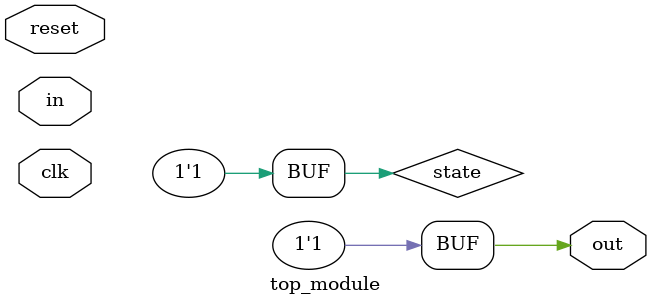
<source format=v>

module top_module (
	input clk,
	input in,
	input reset,
	output reg out
);

// Define the states
parameter A = 1'b0;
parameter B = 1'b1;

// Register to store the current state
reg state;

// Combinational logic to determine the next state
always @(*) begin
    case (state)
        A: begin
            if (in)
                state = A;
            else
                state = B;
        end
        B: begin
            if (in)
                state = B;
            else
                state = A;
        end
        default: state = B; // Default state is B
    endcase
end

// Sequential logic to update the state register
always @(posedge clk or posedge reset) begin
    if (reset)
        state <= B; // Reset to initial state B
    else
        state <= state; // Update to the next state
end

// Assign the output based on the current state
assign out = state;

endmodule

</source>
